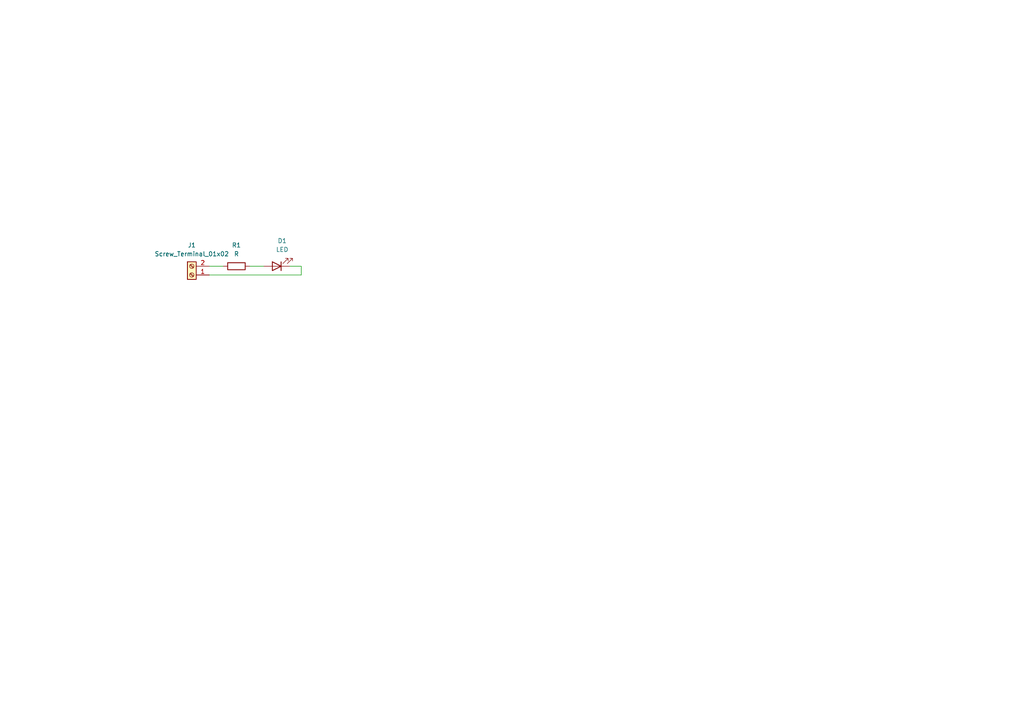
<source format=kicad_sch>
(kicad_sch (version 20230121) (generator eeschema)
  (paper "A4")
  (lib_symbols
    (symbol "Connector:Screw_Terminal_01x02" (pin_names (offset 1.016) hide)
      (property "Reference" "J" (at 0 2.54 0))
      (property "Value" "Screw_Terminal_01x02" (at 0 -5.08 0))
      (symbol "Screw_Terminal_01x02_1_1"
        (rectangle (start -1.27 1.27) (end 1.27 -3.81) (stroke (width 0.254)) (fill (type background)))
        (circle (center 0 -2.54) (radius 0.635) (stroke (width 0.1524)))
        (polyline (pts (xy -0.5334 -2.2098) (xy 0.3302 -3.048)) (stroke (width 0.1524)))
        (polyline (pts (xy -0.5334 0.3302) (xy 0.3302 -0.508)) (stroke (width 0.1524)))
        (polyline (pts (xy -0.3556 -2.032) (xy 0.508 -2.8702)) (stroke (width 0.1524)))
        (polyline (pts (xy -0.3556 0.508) (xy 0.508 -0.3302)) (stroke (width 0.1524)))
        (circle (center 0 0) (radius 0.635) (stroke (width 0.1524)))
        (pin passive line (at -5.08 0 0) (length 3.81) (name "Pin_1") (number "1"))
        (pin passive line (at -5.08 -2.54 0) (length 3.81) (name "Pin_2") (number "2"))
      )
    )
    (symbol "Device:LED" (pin_numbers hide) (pin_names (offset 1.016) hide)
      (property "Reference" "D" (at 0 2.54 0))
      (property "Value" "LED" (at 0 -2.54 0))
      (symbol "LED_0_1"
        (polyline (pts (xy -1.27 -1.27) (xy -1.27 1.27)) (stroke (width 0.254)))
        (polyline (pts (xy -1.27 0) (xy 1.27 0)))
        (polyline (pts (xy 1.27 -1.27) (xy 1.27 1.27) (xy -1.27 0) (xy 1.27 -1.27)) (stroke (width 0.254)))
        (polyline (pts (xy -3.048 -0.762) (xy -4.572 -2.286) (xy -3.81 -2.286) (xy -4.572 -2.286) (xy -4.572 -1.524)))
        (polyline (pts (xy -1.778 -0.762) (xy -3.302 -2.286) (xy -2.54 -2.286) (xy -3.302 -2.286) (xy -3.302 -1.524)))
      )
      (symbol "LED_1_1"
        (pin passive line (at -3.81 0 0) (length 2.54) (name "K") (number "1"))
        (pin passive line (at 3.81 0 180) (length 2.54) (name "A") (number "2"))
      )
    )
    (symbol "Device:R" (pin_numbers hide) (pin_names (offset 0))
      (property "Reference" "R" (at 2.032 0 90))
      (property "Value" "R" (at 0 0 90))
      (symbol "R_0_1"
        (rectangle (start -1.016 -2.54) (end 1.016 2.54) (stroke (width 0.254)))
      )
      (symbol "R_1_1"
        (pin passive line (at 0 3.81 270) (length 1.27) (name "~") (number "1"))
        (pin passive line (at 0 -3.81 90) (length 1.27) (name "~") (number "2"))
      )
    )
  )
  (wire (pts (xy 60.706 77.216) (xy 64.77 77.216)))
  (wire (pts (xy 87.376 79.756) (xy 60.706 79.756)))
  (wire (pts (xy 72.39 77.216) (xy 76.454 77.216)))
  (wire (pts (xy 87.376 77.216) (xy 87.376 79.756)))
  (wire (pts (xy 84.074 77.216) (xy 87.376 77.216)))
  (symbol (lib_id "Device:R") (at 68.58 77.216 90) (unit 1)
    (property "Reference" "R1" (at 68.58 71.12 90))
    (property "Value" "R" (at 68.58 73.66 90))
    (property "Footprint" "Resistor_THT:R_Axial_DIN0411_L9.9mm_D3.6mm_P12.70mm_Horizontal" (effects hide))
  )
  (symbol (lib_id "Connector:Screw_Terminal_01x02") (at 55.626 79.756 180) (unit 1)
    (property "Reference" "J1" (at 55.626 71.12 0))
    (property "Value" "Screw_Terminal_01x02" (at 55.626 73.66 0))
    (property "Footprint" "TerminalBlock_4Ucon:TerminalBlock_4Ucon_1x02_P3.50mm_Horizontal" (effects hide))
  )
  (symbol (lib_id "Device:LED") (at 80.264 77.216 180) (unit 1)
    (property "Reference" "D1" (at 81.8515 69.85 0))
    (property "Value" "LED" (at 81.8515 72.39 0))
    (property "Footprint" "LED_THT:LED_D3.0mm" (effects hide))
  )
)
</source>
